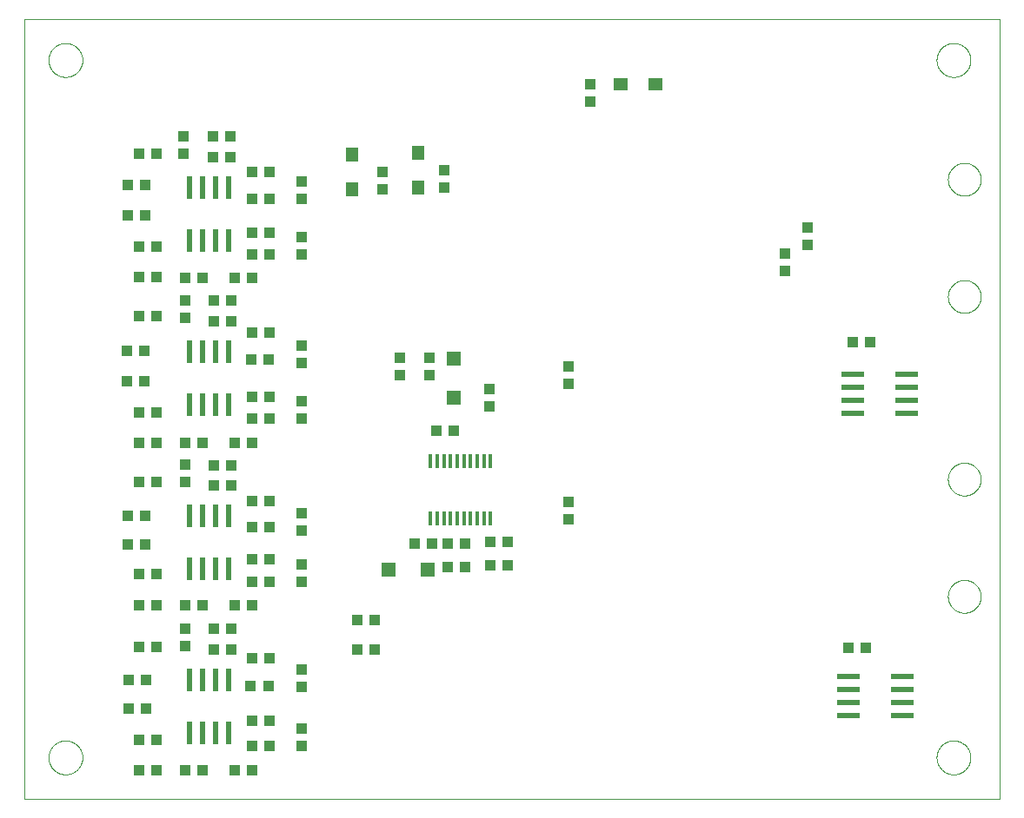
<source format=gtp>
G75*
%MOIN*%
%OFA0B0*%
%FSLAX25Y25*%
%IPPOS*%
%LPD*%
%AMOC8*
5,1,8,0,0,1.08239X$1,22.5*
%
%ADD10C,0.00000*%
%ADD11R,0.04331X0.03937*%
%ADD12R,0.05315X0.04724*%
%ADD13R,0.04724X0.05315*%
%ADD14R,0.01400X0.05800*%
%ADD15R,0.08700X0.02400*%
%ADD16R,0.02362X0.08661*%
%ADD17R,0.03937X0.04331*%
%ADD18R,0.05512X0.05512*%
D10*
X0001800Y0015403D02*
X0375816Y0015403D01*
X0375816Y0314615D01*
X0001800Y0314615D01*
X0001800Y0015403D01*
X0011048Y0031151D02*
X0011050Y0031312D01*
X0011056Y0031472D01*
X0011066Y0031633D01*
X0011080Y0031793D01*
X0011098Y0031953D01*
X0011119Y0032112D01*
X0011145Y0032271D01*
X0011175Y0032429D01*
X0011208Y0032586D01*
X0011246Y0032743D01*
X0011287Y0032898D01*
X0011332Y0033052D01*
X0011381Y0033205D01*
X0011434Y0033357D01*
X0011490Y0033508D01*
X0011551Y0033657D01*
X0011614Y0033805D01*
X0011682Y0033951D01*
X0011753Y0034095D01*
X0011827Y0034237D01*
X0011905Y0034378D01*
X0011987Y0034516D01*
X0012072Y0034653D01*
X0012160Y0034787D01*
X0012252Y0034919D01*
X0012347Y0035049D01*
X0012445Y0035177D01*
X0012546Y0035302D01*
X0012650Y0035424D01*
X0012757Y0035544D01*
X0012867Y0035661D01*
X0012980Y0035776D01*
X0013096Y0035887D01*
X0013215Y0035996D01*
X0013336Y0036101D01*
X0013460Y0036204D01*
X0013586Y0036304D01*
X0013714Y0036400D01*
X0013845Y0036493D01*
X0013979Y0036583D01*
X0014114Y0036670D01*
X0014252Y0036753D01*
X0014391Y0036833D01*
X0014533Y0036909D01*
X0014676Y0036982D01*
X0014821Y0037051D01*
X0014968Y0037117D01*
X0015116Y0037179D01*
X0015266Y0037237D01*
X0015417Y0037292D01*
X0015570Y0037343D01*
X0015724Y0037390D01*
X0015879Y0037433D01*
X0016035Y0037472D01*
X0016191Y0037508D01*
X0016349Y0037539D01*
X0016507Y0037567D01*
X0016666Y0037591D01*
X0016826Y0037611D01*
X0016986Y0037627D01*
X0017146Y0037639D01*
X0017307Y0037647D01*
X0017468Y0037651D01*
X0017628Y0037651D01*
X0017789Y0037647D01*
X0017950Y0037639D01*
X0018110Y0037627D01*
X0018270Y0037611D01*
X0018430Y0037591D01*
X0018589Y0037567D01*
X0018747Y0037539D01*
X0018905Y0037508D01*
X0019061Y0037472D01*
X0019217Y0037433D01*
X0019372Y0037390D01*
X0019526Y0037343D01*
X0019679Y0037292D01*
X0019830Y0037237D01*
X0019980Y0037179D01*
X0020128Y0037117D01*
X0020275Y0037051D01*
X0020420Y0036982D01*
X0020563Y0036909D01*
X0020705Y0036833D01*
X0020844Y0036753D01*
X0020982Y0036670D01*
X0021117Y0036583D01*
X0021251Y0036493D01*
X0021382Y0036400D01*
X0021510Y0036304D01*
X0021636Y0036204D01*
X0021760Y0036101D01*
X0021881Y0035996D01*
X0022000Y0035887D01*
X0022116Y0035776D01*
X0022229Y0035661D01*
X0022339Y0035544D01*
X0022446Y0035424D01*
X0022550Y0035302D01*
X0022651Y0035177D01*
X0022749Y0035049D01*
X0022844Y0034919D01*
X0022936Y0034787D01*
X0023024Y0034653D01*
X0023109Y0034516D01*
X0023191Y0034378D01*
X0023269Y0034237D01*
X0023343Y0034095D01*
X0023414Y0033951D01*
X0023482Y0033805D01*
X0023545Y0033657D01*
X0023606Y0033508D01*
X0023662Y0033357D01*
X0023715Y0033205D01*
X0023764Y0033052D01*
X0023809Y0032898D01*
X0023850Y0032743D01*
X0023888Y0032586D01*
X0023921Y0032429D01*
X0023951Y0032271D01*
X0023977Y0032112D01*
X0023998Y0031953D01*
X0024016Y0031793D01*
X0024030Y0031633D01*
X0024040Y0031472D01*
X0024046Y0031312D01*
X0024048Y0031151D01*
X0024046Y0030990D01*
X0024040Y0030830D01*
X0024030Y0030669D01*
X0024016Y0030509D01*
X0023998Y0030349D01*
X0023977Y0030190D01*
X0023951Y0030031D01*
X0023921Y0029873D01*
X0023888Y0029716D01*
X0023850Y0029559D01*
X0023809Y0029404D01*
X0023764Y0029250D01*
X0023715Y0029097D01*
X0023662Y0028945D01*
X0023606Y0028794D01*
X0023545Y0028645D01*
X0023482Y0028497D01*
X0023414Y0028351D01*
X0023343Y0028207D01*
X0023269Y0028065D01*
X0023191Y0027924D01*
X0023109Y0027786D01*
X0023024Y0027649D01*
X0022936Y0027515D01*
X0022844Y0027383D01*
X0022749Y0027253D01*
X0022651Y0027125D01*
X0022550Y0027000D01*
X0022446Y0026878D01*
X0022339Y0026758D01*
X0022229Y0026641D01*
X0022116Y0026526D01*
X0022000Y0026415D01*
X0021881Y0026306D01*
X0021760Y0026201D01*
X0021636Y0026098D01*
X0021510Y0025998D01*
X0021382Y0025902D01*
X0021251Y0025809D01*
X0021117Y0025719D01*
X0020982Y0025632D01*
X0020844Y0025549D01*
X0020705Y0025469D01*
X0020563Y0025393D01*
X0020420Y0025320D01*
X0020275Y0025251D01*
X0020128Y0025185D01*
X0019980Y0025123D01*
X0019830Y0025065D01*
X0019679Y0025010D01*
X0019526Y0024959D01*
X0019372Y0024912D01*
X0019217Y0024869D01*
X0019061Y0024830D01*
X0018905Y0024794D01*
X0018747Y0024763D01*
X0018589Y0024735D01*
X0018430Y0024711D01*
X0018270Y0024691D01*
X0018110Y0024675D01*
X0017950Y0024663D01*
X0017789Y0024655D01*
X0017628Y0024651D01*
X0017468Y0024651D01*
X0017307Y0024655D01*
X0017146Y0024663D01*
X0016986Y0024675D01*
X0016826Y0024691D01*
X0016666Y0024711D01*
X0016507Y0024735D01*
X0016349Y0024763D01*
X0016191Y0024794D01*
X0016035Y0024830D01*
X0015879Y0024869D01*
X0015724Y0024912D01*
X0015570Y0024959D01*
X0015417Y0025010D01*
X0015266Y0025065D01*
X0015116Y0025123D01*
X0014968Y0025185D01*
X0014821Y0025251D01*
X0014676Y0025320D01*
X0014533Y0025393D01*
X0014391Y0025469D01*
X0014252Y0025549D01*
X0014114Y0025632D01*
X0013979Y0025719D01*
X0013845Y0025809D01*
X0013714Y0025902D01*
X0013586Y0025998D01*
X0013460Y0026098D01*
X0013336Y0026201D01*
X0013215Y0026306D01*
X0013096Y0026415D01*
X0012980Y0026526D01*
X0012867Y0026641D01*
X0012757Y0026758D01*
X0012650Y0026878D01*
X0012546Y0027000D01*
X0012445Y0027125D01*
X0012347Y0027253D01*
X0012252Y0027383D01*
X0012160Y0027515D01*
X0012072Y0027649D01*
X0011987Y0027786D01*
X0011905Y0027924D01*
X0011827Y0028065D01*
X0011753Y0028207D01*
X0011682Y0028351D01*
X0011614Y0028497D01*
X0011551Y0028645D01*
X0011490Y0028794D01*
X0011434Y0028945D01*
X0011381Y0029097D01*
X0011332Y0029250D01*
X0011287Y0029404D01*
X0011246Y0029559D01*
X0011208Y0029716D01*
X0011175Y0029873D01*
X0011145Y0030031D01*
X0011119Y0030190D01*
X0011098Y0030349D01*
X0011080Y0030509D01*
X0011066Y0030669D01*
X0011056Y0030830D01*
X0011050Y0030990D01*
X0011048Y0031151D01*
X0011048Y0298867D02*
X0011050Y0299028D01*
X0011056Y0299188D01*
X0011066Y0299349D01*
X0011080Y0299509D01*
X0011098Y0299669D01*
X0011119Y0299828D01*
X0011145Y0299987D01*
X0011175Y0300145D01*
X0011208Y0300302D01*
X0011246Y0300459D01*
X0011287Y0300614D01*
X0011332Y0300768D01*
X0011381Y0300921D01*
X0011434Y0301073D01*
X0011490Y0301224D01*
X0011551Y0301373D01*
X0011614Y0301521D01*
X0011682Y0301667D01*
X0011753Y0301811D01*
X0011827Y0301953D01*
X0011905Y0302094D01*
X0011987Y0302232D01*
X0012072Y0302369D01*
X0012160Y0302503D01*
X0012252Y0302635D01*
X0012347Y0302765D01*
X0012445Y0302893D01*
X0012546Y0303018D01*
X0012650Y0303140D01*
X0012757Y0303260D01*
X0012867Y0303377D01*
X0012980Y0303492D01*
X0013096Y0303603D01*
X0013215Y0303712D01*
X0013336Y0303817D01*
X0013460Y0303920D01*
X0013586Y0304020D01*
X0013714Y0304116D01*
X0013845Y0304209D01*
X0013979Y0304299D01*
X0014114Y0304386D01*
X0014252Y0304469D01*
X0014391Y0304549D01*
X0014533Y0304625D01*
X0014676Y0304698D01*
X0014821Y0304767D01*
X0014968Y0304833D01*
X0015116Y0304895D01*
X0015266Y0304953D01*
X0015417Y0305008D01*
X0015570Y0305059D01*
X0015724Y0305106D01*
X0015879Y0305149D01*
X0016035Y0305188D01*
X0016191Y0305224D01*
X0016349Y0305255D01*
X0016507Y0305283D01*
X0016666Y0305307D01*
X0016826Y0305327D01*
X0016986Y0305343D01*
X0017146Y0305355D01*
X0017307Y0305363D01*
X0017468Y0305367D01*
X0017628Y0305367D01*
X0017789Y0305363D01*
X0017950Y0305355D01*
X0018110Y0305343D01*
X0018270Y0305327D01*
X0018430Y0305307D01*
X0018589Y0305283D01*
X0018747Y0305255D01*
X0018905Y0305224D01*
X0019061Y0305188D01*
X0019217Y0305149D01*
X0019372Y0305106D01*
X0019526Y0305059D01*
X0019679Y0305008D01*
X0019830Y0304953D01*
X0019980Y0304895D01*
X0020128Y0304833D01*
X0020275Y0304767D01*
X0020420Y0304698D01*
X0020563Y0304625D01*
X0020705Y0304549D01*
X0020844Y0304469D01*
X0020982Y0304386D01*
X0021117Y0304299D01*
X0021251Y0304209D01*
X0021382Y0304116D01*
X0021510Y0304020D01*
X0021636Y0303920D01*
X0021760Y0303817D01*
X0021881Y0303712D01*
X0022000Y0303603D01*
X0022116Y0303492D01*
X0022229Y0303377D01*
X0022339Y0303260D01*
X0022446Y0303140D01*
X0022550Y0303018D01*
X0022651Y0302893D01*
X0022749Y0302765D01*
X0022844Y0302635D01*
X0022936Y0302503D01*
X0023024Y0302369D01*
X0023109Y0302232D01*
X0023191Y0302094D01*
X0023269Y0301953D01*
X0023343Y0301811D01*
X0023414Y0301667D01*
X0023482Y0301521D01*
X0023545Y0301373D01*
X0023606Y0301224D01*
X0023662Y0301073D01*
X0023715Y0300921D01*
X0023764Y0300768D01*
X0023809Y0300614D01*
X0023850Y0300459D01*
X0023888Y0300302D01*
X0023921Y0300145D01*
X0023951Y0299987D01*
X0023977Y0299828D01*
X0023998Y0299669D01*
X0024016Y0299509D01*
X0024030Y0299349D01*
X0024040Y0299188D01*
X0024046Y0299028D01*
X0024048Y0298867D01*
X0024046Y0298706D01*
X0024040Y0298546D01*
X0024030Y0298385D01*
X0024016Y0298225D01*
X0023998Y0298065D01*
X0023977Y0297906D01*
X0023951Y0297747D01*
X0023921Y0297589D01*
X0023888Y0297432D01*
X0023850Y0297275D01*
X0023809Y0297120D01*
X0023764Y0296966D01*
X0023715Y0296813D01*
X0023662Y0296661D01*
X0023606Y0296510D01*
X0023545Y0296361D01*
X0023482Y0296213D01*
X0023414Y0296067D01*
X0023343Y0295923D01*
X0023269Y0295781D01*
X0023191Y0295640D01*
X0023109Y0295502D01*
X0023024Y0295365D01*
X0022936Y0295231D01*
X0022844Y0295099D01*
X0022749Y0294969D01*
X0022651Y0294841D01*
X0022550Y0294716D01*
X0022446Y0294594D01*
X0022339Y0294474D01*
X0022229Y0294357D01*
X0022116Y0294242D01*
X0022000Y0294131D01*
X0021881Y0294022D01*
X0021760Y0293917D01*
X0021636Y0293814D01*
X0021510Y0293714D01*
X0021382Y0293618D01*
X0021251Y0293525D01*
X0021117Y0293435D01*
X0020982Y0293348D01*
X0020844Y0293265D01*
X0020705Y0293185D01*
X0020563Y0293109D01*
X0020420Y0293036D01*
X0020275Y0292967D01*
X0020128Y0292901D01*
X0019980Y0292839D01*
X0019830Y0292781D01*
X0019679Y0292726D01*
X0019526Y0292675D01*
X0019372Y0292628D01*
X0019217Y0292585D01*
X0019061Y0292546D01*
X0018905Y0292510D01*
X0018747Y0292479D01*
X0018589Y0292451D01*
X0018430Y0292427D01*
X0018270Y0292407D01*
X0018110Y0292391D01*
X0017950Y0292379D01*
X0017789Y0292371D01*
X0017628Y0292367D01*
X0017468Y0292367D01*
X0017307Y0292371D01*
X0017146Y0292379D01*
X0016986Y0292391D01*
X0016826Y0292407D01*
X0016666Y0292427D01*
X0016507Y0292451D01*
X0016349Y0292479D01*
X0016191Y0292510D01*
X0016035Y0292546D01*
X0015879Y0292585D01*
X0015724Y0292628D01*
X0015570Y0292675D01*
X0015417Y0292726D01*
X0015266Y0292781D01*
X0015116Y0292839D01*
X0014968Y0292901D01*
X0014821Y0292967D01*
X0014676Y0293036D01*
X0014533Y0293109D01*
X0014391Y0293185D01*
X0014252Y0293265D01*
X0014114Y0293348D01*
X0013979Y0293435D01*
X0013845Y0293525D01*
X0013714Y0293618D01*
X0013586Y0293714D01*
X0013460Y0293814D01*
X0013336Y0293917D01*
X0013215Y0294022D01*
X0013096Y0294131D01*
X0012980Y0294242D01*
X0012867Y0294357D01*
X0012757Y0294474D01*
X0012650Y0294594D01*
X0012546Y0294716D01*
X0012445Y0294841D01*
X0012347Y0294969D01*
X0012252Y0295099D01*
X0012160Y0295231D01*
X0012072Y0295365D01*
X0011987Y0295502D01*
X0011905Y0295640D01*
X0011827Y0295781D01*
X0011753Y0295923D01*
X0011682Y0296067D01*
X0011614Y0296213D01*
X0011551Y0296361D01*
X0011490Y0296510D01*
X0011434Y0296661D01*
X0011381Y0296813D01*
X0011332Y0296966D01*
X0011287Y0297120D01*
X0011246Y0297275D01*
X0011208Y0297432D01*
X0011175Y0297589D01*
X0011145Y0297747D01*
X0011119Y0297906D01*
X0011098Y0298065D01*
X0011080Y0298225D01*
X0011066Y0298385D01*
X0011056Y0298546D01*
X0011050Y0298706D01*
X0011048Y0298867D01*
X0351599Y0298867D02*
X0351601Y0299028D01*
X0351607Y0299188D01*
X0351617Y0299349D01*
X0351631Y0299509D01*
X0351649Y0299669D01*
X0351670Y0299828D01*
X0351696Y0299987D01*
X0351726Y0300145D01*
X0351759Y0300302D01*
X0351797Y0300459D01*
X0351838Y0300614D01*
X0351883Y0300768D01*
X0351932Y0300921D01*
X0351985Y0301073D01*
X0352041Y0301224D01*
X0352102Y0301373D01*
X0352165Y0301521D01*
X0352233Y0301667D01*
X0352304Y0301811D01*
X0352378Y0301953D01*
X0352456Y0302094D01*
X0352538Y0302232D01*
X0352623Y0302369D01*
X0352711Y0302503D01*
X0352803Y0302635D01*
X0352898Y0302765D01*
X0352996Y0302893D01*
X0353097Y0303018D01*
X0353201Y0303140D01*
X0353308Y0303260D01*
X0353418Y0303377D01*
X0353531Y0303492D01*
X0353647Y0303603D01*
X0353766Y0303712D01*
X0353887Y0303817D01*
X0354011Y0303920D01*
X0354137Y0304020D01*
X0354265Y0304116D01*
X0354396Y0304209D01*
X0354530Y0304299D01*
X0354665Y0304386D01*
X0354803Y0304469D01*
X0354942Y0304549D01*
X0355084Y0304625D01*
X0355227Y0304698D01*
X0355372Y0304767D01*
X0355519Y0304833D01*
X0355667Y0304895D01*
X0355817Y0304953D01*
X0355968Y0305008D01*
X0356121Y0305059D01*
X0356275Y0305106D01*
X0356430Y0305149D01*
X0356586Y0305188D01*
X0356742Y0305224D01*
X0356900Y0305255D01*
X0357058Y0305283D01*
X0357217Y0305307D01*
X0357377Y0305327D01*
X0357537Y0305343D01*
X0357697Y0305355D01*
X0357858Y0305363D01*
X0358019Y0305367D01*
X0358179Y0305367D01*
X0358340Y0305363D01*
X0358501Y0305355D01*
X0358661Y0305343D01*
X0358821Y0305327D01*
X0358981Y0305307D01*
X0359140Y0305283D01*
X0359298Y0305255D01*
X0359456Y0305224D01*
X0359612Y0305188D01*
X0359768Y0305149D01*
X0359923Y0305106D01*
X0360077Y0305059D01*
X0360230Y0305008D01*
X0360381Y0304953D01*
X0360531Y0304895D01*
X0360679Y0304833D01*
X0360826Y0304767D01*
X0360971Y0304698D01*
X0361114Y0304625D01*
X0361256Y0304549D01*
X0361395Y0304469D01*
X0361533Y0304386D01*
X0361668Y0304299D01*
X0361802Y0304209D01*
X0361933Y0304116D01*
X0362061Y0304020D01*
X0362187Y0303920D01*
X0362311Y0303817D01*
X0362432Y0303712D01*
X0362551Y0303603D01*
X0362667Y0303492D01*
X0362780Y0303377D01*
X0362890Y0303260D01*
X0362997Y0303140D01*
X0363101Y0303018D01*
X0363202Y0302893D01*
X0363300Y0302765D01*
X0363395Y0302635D01*
X0363487Y0302503D01*
X0363575Y0302369D01*
X0363660Y0302232D01*
X0363742Y0302094D01*
X0363820Y0301953D01*
X0363894Y0301811D01*
X0363965Y0301667D01*
X0364033Y0301521D01*
X0364096Y0301373D01*
X0364157Y0301224D01*
X0364213Y0301073D01*
X0364266Y0300921D01*
X0364315Y0300768D01*
X0364360Y0300614D01*
X0364401Y0300459D01*
X0364439Y0300302D01*
X0364472Y0300145D01*
X0364502Y0299987D01*
X0364528Y0299828D01*
X0364549Y0299669D01*
X0364567Y0299509D01*
X0364581Y0299349D01*
X0364591Y0299188D01*
X0364597Y0299028D01*
X0364599Y0298867D01*
X0364597Y0298706D01*
X0364591Y0298546D01*
X0364581Y0298385D01*
X0364567Y0298225D01*
X0364549Y0298065D01*
X0364528Y0297906D01*
X0364502Y0297747D01*
X0364472Y0297589D01*
X0364439Y0297432D01*
X0364401Y0297275D01*
X0364360Y0297120D01*
X0364315Y0296966D01*
X0364266Y0296813D01*
X0364213Y0296661D01*
X0364157Y0296510D01*
X0364096Y0296361D01*
X0364033Y0296213D01*
X0363965Y0296067D01*
X0363894Y0295923D01*
X0363820Y0295781D01*
X0363742Y0295640D01*
X0363660Y0295502D01*
X0363575Y0295365D01*
X0363487Y0295231D01*
X0363395Y0295099D01*
X0363300Y0294969D01*
X0363202Y0294841D01*
X0363101Y0294716D01*
X0362997Y0294594D01*
X0362890Y0294474D01*
X0362780Y0294357D01*
X0362667Y0294242D01*
X0362551Y0294131D01*
X0362432Y0294022D01*
X0362311Y0293917D01*
X0362187Y0293814D01*
X0362061Y0293714D01*
X0361933Y0293618D01*
X0361802Y0293525D01*
X0361668Y0293435D01*
X0361533Y0293348D01*
X0361395Y0293265D01*
X0361256Y0293185D01*
X0361114Y0293109D01*
X0360971Y0293036D01*
X0360826Y0292967D01*
X0360679Y0292901D01*
X0360531Y0292839D01*
X0360381Y0292781D01*
X0360230Y0292726D01*
X0360077Y0292675D01*
X0359923Y0292628D01*
X0359768Y0292585D01*
X0359612Y0292546D01*
X0359456Y0292510D01*
X0359298Y0292479D01*
X0359140Y0292451D01*
X0358981Y0292427D01*
X0358821Y0292407D01*
X0358661Y0292391D01*
X0358501Y0292379D01*
X0358340Y0292371D01*
X0358179Y0292367D01*
X0358019Y0292367D01*
X0357858Y0292371D01*
X0357697Y0292379D01*
X0357537Y0292391D01*
X0357377Y0292407D01*
X0357217Y0292427D01*
X0357058Y0292451D01*
X0356900Y0292479D01*
X0356742Y0292510D01*
X0356586Y0292546D01*
X0356430Y0292585D01*
X0356275Y0292628D01*
X0356121Y0292675D01*
X0355968Y0292726D01*
X0355817Y0292781D01*
X0355667Y0292839D01*
X0355519Y0292901D01*
X0355372Y0292967D01*
X0355227Y0293036D01*
X0355084Y0293109D01*
X0354942Y0293185D01*
X0354803Y0293265D01*
X0354665Y0293348D01*
X0354530Y0293435D01*
X0354396Y0293525D01*
X0354265Y0293618D01*
X0354137Y0293714D01*
X0354011Y0293814D01*
X0353887Y0293917D01*
X0353766Y0294022D01*
X0353647Y0294131D01*
X0353531Y0294242D01*
X0353418Y0294357D01*
X0353308Y0294474D01*
X0353201Y0294594D01*
X0353097Y0294716D01*
X0352996Y0294841D01*
X0352898Y0294969D01*
X0352803Y0295099D01*
X0352711Y0295231D01*
X0352623Y0295365D01*
X0352538Y0295502D01*
X0352456Y0295640D01*
X0352378Y0295781D01*
X0352304Y0295923D01*
X0352233Y0296067D01*
X0352165Y0296213D01*
X0352102Y0296361D01*
X0352041Y0296510D01*
X0351985Y0296661D01*
X0351932Y0296813D01*
X0351883Y0296966D01*
X0351838Y0297120D01*
X0351797Y0297275D01*
X0351759Y0297432D01*
X0351726Y0297589D01*
X0351696Y0297747D01*
X0351670Y0297906D01*
X0351649Y0298065D01*
X0351631Y0298225D01*
X0351617Y0298385D01*
X0351607Y0298546D01*
X0351601Y0298706D01*
X0351599Y0298867D01*
X0355934Y0253100D02*
X0355936Y0253258D01*
X0355942Y0253416D01*
X0355952Y0253574D01*
X0355966Y0253732D01*
X0355984Y0253889D01*
X0356005Y0254046D01*
X0356031Y0254202D01*
X0356061Y0254358D01*
X0356094Y0254513D01*
X0356132Y0254666D01*
X0356173Y0254819D01*
X0356218Y0254971D01*
X0356267Y0255122D01*
X0356320Y0255271D01*
X0356376Y0255419D01*
X0356436Y0255565D01*
X0356500Y0255710D01*
X0356568Y0255853D01*
X0356639Y0255995D01*
X0356713Y0256135D01*
X0356791Y0256272D01*
X0356873Y0256408D01*
X0356957Y0256542D01*
X0357046Y0256673D01*
X0357137Y0256802D01*
X0357232Y0256929D01*
X0357329Y0257054D01*
X0357430Y0257176D01*
X0357534Y0257295D01*
X0357641Y0257412D01*
X0357751Y0257526D01*
X0357864Y0257637D01*
X0357979Y0257746D01*
X0358097Y0257851D01*
X0358218Y0257953D01*
X0358341Y0258053D01*
X0358467Y0258149D01*
X0358595Y0258242D01*
X0358725Y0258332D01*
X0358858Y0258418D01*
X0358993Y0258502D01*
X0359129Y0258581D01*
X0359268Y0258658D01*
X0359409Y0258730D01*
X0359551Y0258800D01*
X0359695Y0258865D01*
X0359841Y0258927D01*
X0359988Y0258985D01*
X0360137Y0259040D01*
X0360287Y0259091D01*
X0360438Y0259138D01*
X0360590Y0259181D01*
X0360743Y0259220D01*
X0360898Y0259256D01*
X0361053Y0259287D01*
X0361209Y0259315D01*
X0361365Y0259339D01*
X0361522Y0259359D01*
X0361680Y0259375D01*
X0361837Y0259387D01*
X0361996Y0259395D01*
X0362154Y0259399D01*
X0362312Y0259399D01*
X0362470Y0259395D01*
X0362629Y0259387D01*
X0362786Y0259375D01*
X0362944Y0259359D01*
X0363101Y0259339D01*
X0363257Y0259315D01*
X0363413Y0259287D01*
X0363568Y0259256D01*
X0363723Y0259220D01*
X0363876Y0259181D01*
X0364028Y0259138D01*
X0364179Y0259091D01*
X0364329Y0259040D01*
X0364478Y0258985D01*
X0364625Y0258927D01*
X0364771Y0258865D01*
X0364915Y0258800D01*
X0365057Y0258730D01*
X0365198Y0258658D01*
X0365337Y0258581D01*
X0365473Y0258502D01*
X0365608Y0258418D01*
X0365741Y0258332D01*
X0365871Y0258242D01*
X0365999Y0258149D01*
X0366125Y0258053D01*
X0366248Y0257953D01*
X0366369Y0257851D01*
X0366487Y0257746D01*
X0366602Y0257637D01*
X0366715Y0257526D01*
X0366825Y0257412D01*
X0366932Y0257295D01*
X0367036Y0257176D01*
X0367137Y0257054D01*
X0367234Y0256929D01*
X0367329Y0256802D01*
X0367420Y0256673D01*
X0367509Y0256542D01*
X0367593Y0256408D01*
X0367675Y0256272D01*
X0367753Y0256135D01*
X0367827Y0255995D01*
X0367898Y0255853D01*
X0367966Y0255710D01*
X0368030Y0255565D01*
X0368090Y0255419D01*
X0368146Y0255271D01*
X0368199Y0255122D01*
X0368248Y0254971D01*
X0368293Y0254819D01*
X0368334Y0254666D01*
X0368372Y0254513D01*
X0368405Y0254358D01*
X0368435Y0254202D01*
X0368461Y0254046D01*
X0368482Y0253889D01*
X0368500Y0253732D01*
X0368514Y0253574D01*
X0368524Y0253416D01*
X0368530Y0253258D01*
X0368532Y0253100D01*
X0368530Y0252942D01*
X0368524Y0252784D01*
X0368514Y0252626D01*
X0368500Y0252468D01*
X0368482Y0252311D01*
X0368461Y0252154D01*
X0368435Y0251998D01*
X0368405Y0251842D01*
X0368372Y0251687D01*
X0368334Y0251534D01*
X0368293Y0251381D01*
X0368248Y0251229D01*
X0368199Y0251078D01*
X0368146Y0250929D01*
X0368090Y0250781D01*
X0368030Y0250635D01*
X0367966Y0250490D01*
X0367898Y0250347D01*
X0367827Y0250205D01*
X0367753Y0250065D01*
X0367675Y0249928D01*
X0367593Y0249792D01*
X0367509Y0249658D01*
X0367420Y0249527D01*
X0367329Y0249398D01*
X0367234Y0249271D01*
X0367137Y0249146D01*
X0367036Y0249024D01*
X0366932Y0248905D01*
X0366825Y0248788D01*
X0366715Y0248674D01*
X0366602Y0248563D01*
X0366487Y0248454D01*
X0366369Y0248349D01*
X0366248Y0248247D01*
X0366125Y0248147D01*
X0365999Y0248051D01*
X0365871Y0247958D01*
X0365741Y0247868D01*
X0365608Y0247782D01*
X0365473Y0247698D01*
X0365337Y0247619D01*
X0365198Y0247542D01*
X0365057Y0247470D01*
X0364915Y0247400D01*
X0364771Y0247335D01*
X0364625Y0247273D01*
X0364478Y0247215D01*
X0364329Y0247160D01*
X0364179Y0247109D01*
X0364028Y0247062D01*
X0363876Y0247019D01*
X0363723Y0246980D01*
X0363568Y0246944D01*
X0363413Y0246913D01*
X0363257Y0246885D01*
X0363101Y0246861D01*
X0362944Y0246841D01*
X0362786Y0246825D01*
X0362629Y0246813D01*
X0362470Y0246805D01*
X0362312Y0246801D01*
X0362154Y0246801D01*
X0361996Y0246805D01*
X0361837Y0246813D01*
X0361680Y0246825D01*
X0361522Y0246841D01*
X0361365Y0246861D01*
X0361209Y0246885D01*
X0361053Y0246913D01*
X0360898Y0246944D01*
X0360743Y0246980D01*
X0360590Y0247019D01*
X0360438Y0247062D01*
X0360287Y0247109D01*
X0360137Y0247160D01*
X0359988Y0247215D01*
X0359841Y0247273D01*
X0359695Y0247335D01*
X0359551Y0247400D01*
X0359409Y0247470D01*
X0359268Y0247542D01*
X0359129Y0247619D01*
X0358993Y0247698D01*
X0358858Y0247782D01*
X0358725Y0247868D01*
X0358595Y0247958D01*
X0358467Y0248051D01*
X0358341Y0248147D01*
X0358218Y0248247D01*
X0358097Y0248349D01*
X0357979Y0248454D01*
X0357864Y0248563D01*
X0357751Y0248674D01*
X0357641Y0248788D01*
X0357534Y0248905D01*
X0357430Y0249024D01*
X0357329Y0249146D01*
X0357232Y0249271D01*
X0357137Y0249398D01*
X0357046Y0249527D01*
X0356957Y0249658D01*
X0356873Y0249792D01*
X0356791Y0249928D01*
X0356713Y0250065D01*
X0356639Y0250205D01*
X0356568Y0250347D01*
X0356500Y0250490D01*
X0356436Y0250635D01*
X0356376Y0250781D01*
X0356320Y0250929D01*
X0356267Y0251078D01*
X0356218Y0251229D01*
X0356173Y0251381D01*
X0356132Y0251534D01*
X0356094Y0251687D01*
X0356061Y0251842D01*
X0356031Y0251998D01*
X0356005Y0252154D01*
X0355984Y0252311D01*
X0355966Y0252468D01*
X0355952Y0252626D01*
X0355942Y0252784D01*
X0355936Y0252942D01*
X0355934Y0253100D01*
X0355934Y0208100D02*
X0355936Y0208258D01*
X0355942Y0208416D01*
X0355952Y0208574D01*
X0355966Y0208732D01*
X0355984Y0208889D01*
X0356005Y0209046D01*
X0356031Y0209202D01*
X0356061Y0209358D01*
X0356094Y0209513D01*
X0356132Y0209666D01*
X0356173Y0209819D01*
X0356218Y0209971D01*
X0356267Y0210122D01*
X0356320Y0210271D01*
X0356376Y0210419D01*
X0356436Y0210565D01*
X0356500Y0210710D01*
X0356568Y0210853D01*
X0356639Y0210995D01*
X0356713Y0211135D01*
X0356791Y0211272D01*
X0356873Y0211408D01*
X0356957Y0211542D01*
X0357046Y0211673D01*
X0357137Y0211802D01*
X0357232Y0211929D01*
X0357329Y0212054D01*
X0357430Y0212176D01*
X0357534Y0212295D01*
X0357641Y0212412D01*
X0357751Y0212526D01*
X0357864Y0212637D01*
X0357979Y0212746D01*
X0358097Y0212851D01*
X0358218Y0212953D01*
X0358341Y0213053D01*
X0358467Y0213149D01*
X0358595Y0213242D01*
X0358725Y0213332D01*
X0358858Y0213418D01*
X0358993Y0213502D01*
X0359129Y0213581D01*
X0359268Y0213658D01*
X0359409Y0213730D01*
X0359551Y0213800D01*
X0359695Y0213865D01*
X0359841Y0213927D01*
X0359988Y0213985D01*
X0360137Y0214040D01*
X0360287Y0214091D01*
X0360438Y0214138D01*
X0360590Y0214181D01*
X0360743Y0214220D01*
X0360898Y0214256D01*
X0361053Y0214287D01*
X0361209Y0214315D01*
X0361365Y0214339D01*
X0361522Y0214359D01*
X0361680Y0214375D01*
X0361837Y0214387D01*
X0361996Y0214395D01*
X0362154Y0214399D01*
X0362312Y0214399D01*
X0362470Y0214395D01*
X0362629Y0214387D01*
X0362786Y0214375D01*
X0362944Y0214359D01*
X0363101Y0214339D01*
X0363257Y0214315D01*
X0363413Y0214287D01*
X0363568Y0214256D01*
X0363723Y0214220D01*
X0363876Y0214181D01*
X0364028Y0214138D01*
X0364179Y0214091D01*
X0364329Y0214040D01*
X0364478Y0213985D01*
X0364625Y0213927D01*
X0364771Y0213865D01*
X0364915Y0213800D01*
X0365057Y0213730D01*
X0365198Y0213658D01*
X0365337Y0213581D01*
X0365473Y0213502D01*
X0365608Y0213418D01*
X0365741Y0213332D01*
X0365871Y0213242D01*
X0365999Y0213149D01*
X0366125Y0213053D01*
X0366248Y0212953D01*
X0366369Y0212851D01*
X0366487Y0212746D01*
X0366602Y0212637D01*
X0366715Y0212526D01*
X0366825Y0212412D01*
X0366932Y0212295D01*
X0367036Y0212176D01*
X0367137Y0212054D01*
X0367234Y0211929D01*
X0367329Y0211802D01*
X0367420Y0211673D01*
X0367509Y0211542D01*
X0367593Y0211408D01*
X0367675Y0211272D01*
X0367753Y0211135D01*
X0367827Y0210995D01*
X0367898Y0210853D01*
X0367966Y0210710D01*
X0368030Y0210565D01*
X0368090Y0210419D01*
X0368146Y0210271D01*
X0368199Y0210122D01*
X0368248Y0209971D01*
X0368293Y0209819D01*
X0368334Y0209666D01*
X0368372Y0209513D01*
X0368405Y0209358D01*
X0368435Y0209202D01*
X0368461Y0209046D01*
X0368482Y0208889D01*
X0368500Y0208732D01*
X0368514Y0208574D01*
X0368524Y0208416D01*
X0368530Y0208258D01*
X0368532Y0208100D01*
X0368530Y0207942D01*
X0368524Y0207784D01*
X0368514Y0207626D01*
X0368500Y0207468D01*
X0368482Y0207311D01*
X0368461Y0207154D01*
X0368435Y0206998D01*
X0368405Y0206842D01*
X0368372Y0206687D01*
X0368334Y0206534D01*
X0368293Y0206381D01*
X0368248Y0206229D01*
X0368199Y0206078D01*
X0368146Y0205929D01*
X0368090Y0205781D01*
X0368030Y0205635D01*
X0367966Y0205490D01*
X0367898Y0205347D01*
X0367827Y0205205D01*
X0367753Y0205065D01*
X0367675Y0204928D01*
X0367593Y0204792D01*
X0367509Y0204658D01*
X0367420Y0204527D01*
X0367329Y0204398D01*
X0367234Y0204271D01*
X0367137Y0204146D01*
X0367036Y0204024D01*
X0366932Y0203905D01*
X0366825Y0203788D01*
X0366715Y0203674D01*
X0366602Y0203563D01*
X0366487Y0203454D01*
X0366369Y0203349D01*
X0366248Y0203247D01*
X0366125Y0203147D01*
X0365999Y0203051D01*
X0365871Y0202958D01*
X0365741Y0202868D01*
X0365608Y0202782D01*
X0365473Y0202698D01*
X0365337Y0202619D01*
X0365198Y0202542D01*
X0365057Y0202470D01*
X0364915Y0202400D01*
X0364771Y0202335D01*
X0364625Y0202273D01*
X0364478Y0202215D01*
X0364329Y0202160D01*
X0364179Y0202109D01*
X0364028Y0202062D01*
X0363876Y0202019D01*
X0363723Y0201980D01*
X0363568Y0201944D01*
X0363413Y0201913D01*
X0363257Y0201885D01*
X0363101Y0201861D01*
X0362944Y0201841D01*
X0362786Y0201825D01*
X0362629Y0201813D01*
X0362470Y0201805D01*
X0362312Y0201801D01*
X0362154Y0201801D01*
X0361996Y0201805D01*
X0361837Y0201813D01*
X0361680Y0201825D01*
X0361522Y0201841D01*
X0361365Y0201861D01*
X0361209Y0201885D01*
X0361053Y0201913D01*
X0360898Y0201944D01*
X0360743Y0201980D01*
X0360590Y0202019D01*
X0360438Y0202062D01*
X0360287Y0202109D01*
X0360137Y0202160D01*
X0359988Y0202215D01*
X0359841Y0202273D01*
X0359695Y0202335D01*
X0359551Y0202400D01*
X0359409Y0202470D01*
X0359268Y0202542D01*
X0359129Y0202619D01*
X0358993Y0202698D01*
X0358858Y0202782D01*
X0358725Y0202868D01*
X0358595Y0202958D01*
X0358467Y0203051D01*
X0358341Y0203147D01*
X0358218Y0203247D01*
X0358097Y0203349D01*
X0357979Y0203454D01*
X0357864Y0203563D01*
X0357751Y0203674D01*
X0357641Y0203788D01*
X0357534Y0203905D01*
X0357430Y0204024D01*
X0357329Y0204146D01*
X0357232Y0204271D01*
X0357137Y0204398D01*
X0357046Y0204527D01*
X0356957Y0204658D01*
X0356873Y0204792D01*
X0356791Y0204928D01*
X0356713Y0205065D01*
X0356639Y0205205D01*
X0356568Y0205347D01*
X0356500Y0205490D01*
X0356436Y0205635D01*
X0356376Y0205781D01*
X0356320Y0205929D01*
X0356267Y0206078D01*
X0356218Y0206229D01*
X0356173Y0206381D01*
X0356132Y0206534D01*
X0356094Y0206687D01*
X0356061Y0206842D01*
X0356031Y0206998D01*
X0356005Y0207154D01*
X0355984Y0207311D01*
X0355966Y0207468D01*
X0355952Y0207626D01*
X0355942Y0207784D01*
X0355936Y0207942D01*
X0355934Y0208100D01*
X0355934Y0137982D02*
X0355936Y0138140D01*
X0355942Y0138298D01*
X0355952Y0138456D01*
X0355966Y0138614D01*
X0355984Y0138771D01*
X0356005Y0138928D01*
X0356031Y0139084D01*
X0356061Y0139240D01*
X0356094Y0139395D01*
X0356132Y0139548D01*
X0356173Y0139701D01*
X0356218Y0139853D01*
X0356267Y0140004D01*
X0356320Y0140153D01*
X0356376Y0140301D01*
X0356436Y0140447D01*
X0356500Y0140592D01*
X0356568Y0140735D01*
X0356639Y0140877D01*
X0356713Y0141017D01*
X0356791Y0141154D01*
X0356873Y0141290D01*
X0356957Y0141424D01*
X0357046Y0141555D01*
X0357137Y0141684D01*
X0357232Y0141811D01*
X0357329Y0141936D01*
X0357430Y0142058D01*
X0357534Y0142177D01*
X0357641Y0142294D01*
X0357751Y0142408D01*
X0357864Y0142519D01*
X0357979Y0142628D01*
X0358097Y0142733D01*
X0358218Y0142835D01*
X0358341Y0142935D01*
X0358467Y0143031D01*
X0358595Y0143124D01*
X0358725Y0143214D01*
X0358858Y0143300D01*
X0358993Y0143384D01*
X0359129Y0143463D01*
X0359268Y0143540D01*
X0359409Y0143612D01*
X0359551Y0143682D01*
X0359695Y0143747D01*
X0359841Y0143809D01*
X0359988Y0143867D01*
X0360137Y0143922D01*
X0360287Y0143973D01*
X0360438Y0144020D01*
X0360590Y0144063D01*
X0360743Y0144102D01*
X0360898Y0144138D01*
X0361053Y0144169D01*
X0361209Y0144197D01*
X0361365Y0144221D01*
X0361522Y0144241D01*
X0361680Y0144257D01*
X0361837Y0144269D01*
X0361996Y0144277D01*
X0362154Y0144281D01*
X0362312Y0144281D01*
X0362470Y0144277D01*
X0362629Y0144269D01*
X0362786Y0144257D01*
X0362944Y0144241D01*
X0363101Y0144221D01*
X0363257Y0144197D01*
X0363413Y0144169D01*
X0363568Y0144138D01*
X0363723Y0144102D01*
X0363876Y0144063D01*
X0364028Y0144020D01*
X0364179Y0143973D01*
X0364329Y0143922D01*
X0364478Y0143867D01*
X0364625Y0143809D01*
X0364771Y0143747D01*
X0364915Y0143682D01*
X0365057Y0143612D01*
X0365198Y0143540D01*
X0365337Y0143463D01*
X0365473Y0143384D01*
X0365608Y0143300D01*
X0365741Y0143214D01*
X0365871Y0143124D01*
X0365999Y0143031D01*
X0366125Y0142935D01*
X0366248Y0142835D01*
X0366369Y0142733D01*
X0366487Y0142628D01*
X0366602Y0142519D01*
X0366715Y0142408D01*
X0366825Y0142294D01*
X0366932Y0142177D01*
X0367036Y0142058D01*
X0367137Y0141936D01*
X0367234Y0141811D01*
X0367329Y0141684D01*
X0367420Y0141555D01*
X0367509Y0141424D01*
X0367593Y0141290D01*
X0367675Y0141154D01*
X0367753Y0141017D01*
X0367827Y0140877D01*
X0367898Y0140735D01*
X0367966Y0140592D01*
X0368030Y0140447D01*
X0368090Y0140301D01*
X0368146Y0140153D01*
X0368199Y0140004D01*
X0368248Y0139853D01*
X0368293Y0139701D01*
X0368334Y0139548D01*
X0368372Y0139395D01*
X0368405Y0139240D01*
X0368435Y0139084D01*
X0368461Y0138928D01*
X0368482Y0138771D01*
X0368500Y0138614D01*
X0368514Y0138456D01*
X0368524Y0138298D01*
X0368530Y0138140D01*
X0368532Y0137982D01*
X0368530Y0137824D01*
X0368524Y0137666D01*
X0368514Y0137508D01*
X0368500Y0137350D01*
X0368482Y0137193D01*
X0368461Y0137036D01*
X0368435Y0136880D01*
X0368405Y0136724D01*
X0368372Y0136569D01*
X0368334Y0136416D01*
X0368293Y0136263D01*
X0368248Y0136111D01*
X0368199Y0135960D01*
X0368146Y0135811D01*
X0368090Y0135663D01*
X0368030Y0135517D01*
X0367966Y0135372D01*
X0367898Y0135229D01*
X0367827Y0135087D01*
X0367753Y0134947D01*
X0367675Y0134810D01*
X0367593Y0134674D01*
X0367509Y0134540D01*
X0367420Y0134409D01*
X0367329Y0134280D01*
X0367234Y0134153D01*
X0367137Y0134028D01*
X0367036Y0133906D01*
X0366932Y0133787D01*
X0366825Y0133670D01*
X0366715Y0133556D01*
X0366602Y0133445D01*
X0366487Y0133336D01*
X0366369Y0133231D01*
X0366248Y0133129D01*
X0366125Y0133029D01*
X0365999Y0132933D01*
X0365871Y0132840D01*
X0365741Y0132750D01*
X0365608Y0132664D01*
X0365473Y0132580D01*
X0365337Y0132501D01*
X0365198Y0132424D01*
X0365057Y0132352D01*
X0364915Y0132282D01*
X0364771Y0132217D01*
X0364625Y0132155D01*
X0364478Y0132097D01*
X0364329Y0132042D01*
X0364179Y0131991D01*
X0364028Y0131944D01*
X0363876Y0131901D01*
X0363723Y0131862D01*
X0363568Y0131826D01*
X0363413Y0131795D01*
X0363257Y0131767D01*
X0363101Y0131743D01*
X0362944Y0131723D01*
X0362786Y0131707D01*
X0362629Y0131695D01*
X0362470Y0131687D01*
X0362312Y0131683D01*
X0362154Y0131683D01*
X0361996Y0131687D01*
X0361837Y0131695D01*
X0361680Y0131707D01*
X0361522Y0131723D01*
X0361365Y0131743D01*
X0361209Y0131767D01*
X0361053Y0131795D01*
X0360898Y0131826D01*
X0360743Y0131862D01*
X0360590Y0131901D01*
X0360438Y0131944D01*
X0360287Y0131991D01*
X0360137Y0132042D01*
X0359988Y0132097D01*
X0359841Y0132155D01*
X0359695Y0132217D01*
X0359551Y0132282D01*
X0359409Y0132352D01*
X0359268Y0132424D01*
X0359129Y0132501D01*
X0358993Y0132580D01*
X0358858Y0132664D01*
X0358725Y0132750D01*
X0358595Y0132840D01*
X0358467Y0132933D01*
X0358341Y0133029D01*
X0358218Y0133129D01*
X0358097Y0133231D01*
X0357979Y0133336D01*
X0357864Y0133445D01*
X0357751Y0133556D01*
X0357641Y0133670D01*
X0357534Y0133787D01*
X0357430Y0133906D01*
X0357329Y0134028D01*
X0357232Y0134153D01*
X0357137Y0134280D01*
X0357046Y0134409D01*
X0356957Y0134540D01*
X0356873Y0134674D01*
X0356791Y0134810D01*
X0356713Y0134947D01*
X0356639Y0135087D01*
X0356568Y0135229D01*
X0356500Y0135372D01*
X0356436Y0135517D01*
X0356376Y0135663D01*
X0356320Y0135811D01*
X0356267Y0135960D01*
X0356218Y0136111D01*
X0356173Y0136263D01*
X0356132Y0136416D01*
X0356094Y0136569D01*
X0356061Y0136724D01*
X0356031Y0136880D01*
X0356005Y0137036D01*
X0355984Y0137193D01*
X0355966Y0137350D01*
X0355952Y0137508D01*
X0355942Y0137666D01*
X0355936Y0137824D01*
X0355934Y0137982D01*
X0355934Y0092982D02*
X0355936Y0093140D01*
X0355942Y0093298D01*
X0355952Y0093456D01*
X0355966Y0093614D01*
X0355984Y0093771D01*
X0356005Y0093928D01*
X0356031Y0094084D01*
X0356061Y0094240D01*
X0356094Y0094395D01*
X0356132Y0094548D01*
X0356173Y0094701D01*
X0356218Y0094853D01*
X0356267Y0095004D01*
X0356320Y0095153D01*
X0356376Y0095301D01*
X0356436Y0095447D01*
X0356500Y0095592D01*
X0356568Y0095735D01*
X0356639Y0095877D01*
X0356713Y0096017D01*
X0356791Y0096154D01*
X0356873Y0096290D01*
X0356957Y0096424D01*
X0357046Y0096555D01*
X0357137Y0096684D01*
X0357232Y0096811D01*
X0357329Y0096936D01*
X0357430Y0097058D01*
X0357534Y0097177D01*
X0357641Y0097294D01*
X0357751Y0097408D01*
X0357864Y0097519D01*
X0357979Y0097628D01*
X0358097Y0097733D01*
X0358218Y0097835D01*
X0358341Y0097935D01*
X0358467Y0098031D01*
X0358595Y0098124D01*
X0358725Y0098214D01*
X0358858Y0098300D01*
X0358993Y0098384D01*
X0359129Y0098463D01*
X0359268Y0098540D01*
X0359409Y0098612D01*
X0359551Y0098682D01*
X0359695Y0098747D01*
X0359841Y0098809D01*
X0359988Y0098867D01*
X0360137Y0098922D01*
X0360287Y0098973D01*
X0360438Y0099020D01*
X0360590Y0099063D01*
X0360743Y0099102D01*
X0360898Y0099138D01*
X0361053Y0099169D01*
X0361209Y0099197D01*
X0361365Y0099221D01*
X0361522Y0099241D01*
X0361680Y0099257D01*
X0361837Y0099269D01*
X0361996Y0099277D01*
X0362154Y0099281D01*
X0362312Y0099281D01*
X0362470Y0099277D01*
X0362629Y0099269D01*
X0362786Y0099257D01*
X0362944Y0099241D01*
X0363101Y0099221D01*
X0363257Y0099197D01*
X0363413Y0099169D01*
X0363568Y0099138D01*
X0363723Y0099102D01*
X0363876Y0099063D01*
X0364028Y0099020D01*
X0364179Y0098973D01*
X0364329Y0098922D01*
X0364478Y0098867D01*
X0364625Y0098809D01*
X0364771Y0098747D01*
X0364915Y0098682D01*
X0365057Y0098612D01*
X0365198Y0098540D01*
X0365337Y0098463D01*
X0365473Y0098384D01*
X0365608Y0098300D01*
X0365741Y0098214D01*
X0365871Y0098124D01*
X0365999Y0098031D01*
X0366125Y0097935D01*
X0366248Y0097835D01*
X0366369Y0097733D01*
X0366487Y0097628D01*
X0366602Y0097519D01*
X0366715Y0097408D01*
X0366825Y0097294D01*
X0366932Y0097177D01*
X0367036Y0097058D01*
X0367137Y0096936D01*
X0367234Y0096811D01*
X0367329Y0096684D01*
X0367420Y0096555D01*
X0367509Y0096424D01*
X0367593Y0096290D01*
X0367675Y0096154D01*
X0367753Y0096017D01*
X0367827Y0095877D01*
X0367898Y0095735D01*
X0367966Y0095592D01*
X0368030Y0095447D01*
X0368090Y0095301D01*
X0368146Y0095153D01*
X0368199Y0095004D01*
X0368248Y0094853D01*
X0368293Y0094701D01*
X0368334Y0094548D01*
X0368372Y0094395D01*
X0368405Y0094240D01*
X0368435Y0094084D01*
X0368461Y0093928D01*
X0368482Y0093771D01*
X0368500Y0093614D01*
X0368514Y0093456D01*
X0368524Y0093298D01*
X0368530Y0093140D01*
X0368532Y0092982D01*
X0368530Y0092824D01*
X0368524Y0092666D01*
X0368514Y0092508D01*
X0368500Y0092350D01*
X0368482Y0092193D01*
X0368461Y0092036D01*
X0368435Y0091880D01*
X0368405Y0091724D01*
X0368372Y0091569D01*
X0368334Y0091416D01*
X0368293Y0091263D01*
X0368248Y0091111D01*
X0368199Y0090960D01*
X0368146Y0090811D01*
X0368090Y0090663D01*
X0368030Y0090517D01*
X0367966Y0090372D01*
X0367898Y0090229D01*
X0367827Y0090087D01*
X0367753Y0089947D01*
X0367675Y0089810D01*
X0367593Y0089674D01*
X0367509Y0089540D01*
X0367420Y0089409D01*
X0367329Y0089280D01*
X0367234Y0089153D01*
X0367137Y0089028D01*
X0367036Y0088906D01*
X0366932Y0088787D01*
X0366825Y0088670D01*
X0366715Y0088556D01*
X0366602Y0088445D01*
X0366487Y0088336D01*
X0366369Y0088231D01*
X0366248Y0088129D01*
X0366125Y0088029D01*
X0365999Y0087933D01*
X0365871Y0087840D01*
X0365741Y0087750D01*
X0365608Y0087664D01*
X0365473Y0087580D01*
X0365337Y0087501D01*
X0365198Y0087424D01*
X0365057Y0087352D01*
X0364915Y0087282D01*
X0364771Y0087217D01*
X0364625Y0087155D01*
X0364478Y0087097D01*
X0364329Y0087042D01*
X0364179Y0086991D01*
X0364028Y0086944D01*
X0363876Y0086901D01*
X0363723Y0086862D01*
X0363568Y0086826D01*
X0363413Y0086795D01*
X0363257Y0086767D01*
X0363101Y0086743D01*
X0362944Y0086723D01*
X0362786Y0086707D01*
X0362629Y0086695D01*
X0362470Y0086687D01*
X0362312Y0086683D01*
X0362154Y0086683D01*
X0361996Y0086687D01*
X0361837Y0086695D01*
X0361680Y0086707D01*
X0361522Y0086723D01*
X0361365Y0086743D01*
X0361209Y0086767D01*
X0361053Y0086795D01*
X0360898Y0086826D01*
X0360743Y0086862D01*
X0360590Y0086901D01*
X0360438Y0086944D01*
X0360287Y0086991D01*
X0360137Y0087042D01*
X0359988Y0087097D01*
X0359841Y0087155D01*
X0359695Y0087217D01*
X0359551Y0087282D01*
X0359409Y0087352D01*
X0359268Y0087424D01*
X0359129Y0087501D01*
X0358993Y0087580D01*
X0358858Y0087664D01*
X0358725Y0087750D01*
X0358595Y0087840D01*
X0358467Y0087933D01*
X0358341Y0088029D01*
X0358218Y0088129D01*
X0358097Y0088231D01*
X0357979Y0088336D01*
X0357864Y0088445D01*
X0357751Y0088556D01*
X0357641Y0088670D01*
X0357534Y0088787D01*
X0357430Y0088906D01*
X0357329Y0089028D01*
X0357232Y0089153D01*
X0357137Y0089280D01*
X0357046Y0089409D01*
X0356957Y0089540D01*
X0356873Y0089674D01*
X0356791Y0089810D01*
X0356713Y0089947D01*
X0356639Y0090087D01*
X0356568Y0090229D01*
X0356500Y0090372D01*
X0356436Y0090517D01*
X0356376Y0090663D01*
X0356320Y0090811D01*
X0356267Y0090960D01*
X0356218Y0091111D01*
X0356173Y0091263D01*
X0356132Y0091416D01*
X0356094Y0091569D01*
X0356061Y0091724D01*
X0356031Y0091880D01*
X0356005Y0092036D01*
X0355984Y0092193D01*
X0355966Y0092350D01*
X0355952Y0092508D01*
X0355942Y0092666D01*
X0355936Y0092824D01*
X0355934Y0092982D01*
X0351599Y0031151D02*
X0351601Y0031312D01*
X0351607Y0031472D01*
X0351617Y0031633D01*
X0351631Y0031793D01*
X0351649Y0031953D01*
X0351670Y0032112D01*
X0351696Y0032271D01*
X0351726Y0032429D01*
X0351759Y0032586D01*
X0351797Y0032743D01*
X0351838Y0032898D01*
X0351883Y0033052D01*
X0351932Y0033205D01*
X0351985Y0033357D01*
X0352041Y0033508D01*
X0352102Y0033657D01*
X0352165Y0033805D01*
X0352233Y0033951D01*
X0352304Y0034095D01*
X0352378Y0034237D01*
X0352456Y0034378D01*
X0352538Y0034516D01*
X0352623Y0034653D01*
X0352711Y0034787D01*
X0352803Y0034919D01*
X0352898Y0035049D01*
X0352996Y0035177D01*
X0353097Y0035302D01*
X0353201Y0035424D01*
X0353308Y0035544D01*
X0353418Y0035661D01*
X0353531Y0035776D01*
X0353647Y0035887D01*
X0353766Y0035996D01*
X0353887Y0036101D01*
X0354011Y0036204D01*
X0354137Y0036304D01*
X0354265Y0036400D01*
X0354396Y0036493D01*
X0354530Y0036583D01*
X0354665Y0036670D01*
X0354803Y0036753D01*
X0354942Y0036833D01*
X0355084Y0036909D01*
X0355227Y0036982D01*
X0355372Y0037051D01*
X0355519Y0037117D01*
X0355667Y0037179D01*
X0355817Y0037237D01*
X0355968Y0037292D01*
X0356121Y0037343D01*
X0356275Y0037390D01*
X0356430Y0037433D01*
X0356586Y0037472D01*
X0356742Y0037508D01*
X0356900Y0037539D01*
X0357058Y0037567D01*
X0357217Y0037591D01*
X0357377Y0037611D01*
X0357537Y0037627D01*
X0357697Y0037639D01*
X0357858Y0037647D01*
X0358019Y0037651D01*
X0358179Y0037651D01*
X0358340Y0037647D01*
X0358501Y0037639D01*
X0358661Y0037627D01*
X0358821Y0037611D01*
X0358981Y0037591D01*
X0359140Y0037567D01*
X0359298Y0037539D01*
X0359456Y0037508D01*
X0359612Y0037472D01*
X0359768Y0037433D01*
X0359923Y0037390D01*
X0360077Y0037343D01*
X0360230Y0037292D01*
X0360381Y0037237D01*
X0360531Y0037179D01*
X0360679Y0037117D01*
X0360826Y0037051D01*
X0360971Y0036982D01*
X0361114Y0036909D01*
X0361256Y0036833D01*
X0361395Y0036753D01*
X0361533Y0036670D01*
X0361668Y0036583D01*
X0361802Y0036493D01*
X0361933Y0036400D01*
X0362061Y0036304D01*
X0362187Y0036204D01*
X0362311Y0036101D01*
X0362432Y0035996D01*
X0362551Y0035887D01*
X0362667Y0035776D01*
X0362780Y0035661D01*
X0362890Y0035544D01*
X0362997Y0035424D01*
X0363101Y0035302D01*
X0363202Y0035177D01*
X0363300Y0035049D01*
X0363395Y0034919D01*
X0363487Y0034787D01*
X0363575Y0034653D01*
X0363660Y0034516D01*
X0363742Y0034378D01*
X0363820Y0034237D01*
X0363894Y0034095D01*
X0363965Y0033951D01*
X0364033Y0033805D01*
X0364096Y0033657D01*
X0364157Y0033508D01*
X0364213Y0033357D01*
X0364266Y0033205D01*
X0364315Y0033052D01*
X0364360Y0032898D01*
X0364401Y0032743D01*
X0364439Y0032586D01*
X0364472Y0032429D01*
X0364502Y0032271D01*
X0364528Y0032112D01*
X0364549Y0031953D01*
X0364567Y0031793D01*
X0364581Y0031633D01*
X0364591Y0031472D01*
X0364597Y0031312D01*
X0364599Y0031151D01*
X0364597Y0030990D01*
X0364591Y0030830D01*
X0364581Y0030669D01*
X0364567Y0030509D01*
X0364549Y0030349D01*
X0364528Y0030190D01*
X0364502Y0030031D01*
X0364472Y0029873D01*
X0364439Y0029716D01*
X0364401Y0029559D01*
X0364360Y0029404D01*
X0364315Y0029250D01*
X0364266Y0029097D01*
X0364213Y0028945D01*
X0364157Y0028794D01*
X0364096Y0028645D01*
X0364033Y0028497D01*
X0363965Y0028351D01*
X0363894Y0028207D01*
X0363820Y0028065D01*
X0363742Y0027924D01*
X0363660Y0027786D01*
X0363575Y0027649D01*
X0363487Y0027515D01*
X0363395Y0027383D01*
X0363300Y0027253D01*
X0363202Y0027125D01*
X0363101Y0027000D01*
X0362997Y0026878D01*
X0362890Y0026758D01*
X0362780Y0026641D01*
X0362667Y0026526D01*
X0362551Y0026415D01*
X0362432Y0026306D01*
X0362311Y0026201D01*
X0362187Y0026098D01*
X0362061Y0025998D01*
X0361933Y0025902D01*
X0361802Y0025809D01*
X0361668Y0025719D01*
X0361533Y0025632D01*
X0361395Y0025549D01*
X0361256Y0025469D01*
X0361114Y0025393D01*
X0360971Y0025320D01*
X0360826Y0025251D01*
X0360679Y0025185D01*
X0360531Y0025123D01*
X0360381Y0025065D01*
X0360230Y0025010D01*
X0360077Y0024959D01*
X0359923Y0024912D01*
X0359768Y0024869D01*
X0359612Y0024830D01*
X0359456Y0024794D01*
X0359298Y0024763D01*
X0359140Y0024735D01*
X0358981Y0024711D01*
X0358821Y0024691D01*
X0358661Y0024675D01*
X0358501Y0024663D01*
X0358340Y0024655D01*
X0358179Y0024651D01*
X0358019Y0024651D01*
X0357858Y0024655D01*
X0357697Y0024663D01*
X0357537Y0024675D01*
X0357377Y0024691D01*
X0357217Y0024711D01*
X0357058Y0024735D01*
X0356900Y0024763D01*
X0356742Y0024794D01*
X0356586Y0024830D01*
X0356430Y0024869D01*
X0356275Y0024912D01*
X0356121Y0024959D01*
X0355968Y0025010D01*
X0355817Y0025065D01*
X0355667Y0025123D01*
X0355519Y0025185D01*
X0355372Y0025251D01*
X0355227Y0025320D01*
X0355084Y0025393D01*
X0354942Y0025469D01*
X0354803Y0025549D01*
X0354665Y0025632D01*
X0354530Y0025719D01*
X0354396Y0025809D01*
X0354265Y0025902D01*
X0354137Y0025998D01*
X0354011Y0026098D01*
X0353887Y0026201D01*
X0353766Y0026306D01*
X0353647Y0026415D01*
X0353531Y0026526D01*
X0353418Y0026641D01*
X0353308Y0026758D01*
X0353201Y0026878D01*
X0353097Y0027000D01*
X0352996Y0027125D01*
X0352898Y0027253D01*
X0352803Y0027383D01*
X0352711Y0027515D01*
X0352623Y0027649D01*
X0352538Y0027786D01*
X0352456Y0027924D01*
X0352378Y0028065D01*
X0352304Y0028207D01*
X0352233Y0028351D01*
X0352165Y0028497D01*
X0352102Y0028645D01*
X0352041Y0028794D01*
X0351985Y0028945D01*
X0351932Y0029097D01*
X0351883Y0029250D01*
X0351838Y0029404D01*
X0351797Y0029559D01*
X0351759Y0029716D01*
X0351726Y0029873D01*
X0351696Y0030031D01*
X0351670Y0030190D01*
X0351649Y0030349D01*
X0351631Y0030509D01*
X0351617Y0030669D01*
X0351607Y0030830D01*
X0351601Y0030990D01*
X0351599Y0031151D01*
D11*
X0324359Y0073238D03*
X0317666Y0073238D03*
X0187076Y0105009D03*
X0180383Y0105009D03*
X0170894Y0104143D03*
X0164202Y0104143D03*
X0164162Y0113198D03*
X0158099Y0113238D03*
X0151406Y0113238D03*
X0170855Y0113198D03*
X0180343Y0114064D03*
X0187036Y0114064D03*
X0166564Y0156741D03*
X0159871Y0156741D03*
X0095698Y0161269D03*
X0089005Y0161269D03*
X0089005Y0169734D03*
X0095698Y0169734D03*
X0095501Y0183907D03*
X0088808Y0183907D03*
X0089005Y0194143D03*
X0095698Y0194143D03*
X0081131Y0198474D03*
X0074438Y0198474D03*
X0074438Y0206545D03*
X0081131Y0206545D03*
X0082312Y0215206D03*
X0089005Y0215206D03*
X0089005Y0224261D03*
X0095698Y0224261D03*
X0095698Y0232726D03*
X0089005Y0232726D03*
X0089005Y0245521D03*
X0095698Y0245521D03*
X0095698Y0255954D03*
X0089005Y0255954D03*
X0080934Y0261466D03*
X0074241Y0261466D03*
X0074241Y0269537D03*
X0080934Y0269537D03*
X0052391Y0262844D03*
X0045698Y0262844D03*
X0048060Y0251033D03*
X0041367Y0251033D03*
X0041367Y0239222D03*
X0048060Y0239222D03*
X0045698Y0227411D03*
X0052391Y0227411D03*
X0052391Y0215600D03*
X0045698Y0215600D03*
X0063414Y0215206D03*
X0070107Y0215206D03*
X0052391Y0200639D03*
X0045698Y0200639D03*
X0047863Y0187253D03*
X0041170Y0187253D03*
X0041170Y0175442D03*
X0047863Y0175442D03*
X0045698Y0163631D03*
X0052391Y0163631D03*
X0052391Y0151820D03*
X0045698Y0151820D03*
X0045698Y0136860D03*
X0052391Y0136860D03*
X0048060Y0124064D03*
X0041367Y0124064D03*
X0041367Y0112844D03*
X0048060Y0112844D03*
X0045698Y0101427D03*
X0052391Y0101427D03*
X0052391Y0089615D03*
X0045698Y0089615D03*
X0063414Y0089615D03*
X0070107Y0089615D03*
X0074438Y0080560D03*
X0081131Y0080560D03*
X0081131Y0072686D03*
X0074438Y0072686D03*
X0089005Y0069340D03*
X0095698Y0069340D03*
X0095304Y0058513D03*
X0088611Y0058513D03*
X0089005Y0045324D03*
X0095698Y0045324D03*
X0095698Y0035482D03*
X0089005Y0035482D03*
X0089005Y0026230D03*
X0082312Y0026230D03*
X0070107Y0026230D03*
X0063414Y0026230D03*
X0052391Y0026230D03*
X0045698Y0026230D03*
X0045698Y0038041D03*
X0052391Y0038041D03*
X0048454Y0050049D03*
X0041761Y0050049D03*
X0041761Y0061072D03*
X0048454Y0061072D03*
X0045894Y0073474D03*
X0052587Y0073474D03*
X0082312Y0089615D03*
X0089005Y0089615D03*
X0089005Y0098474D03*
X0095698Y0098474D03*
X0095698Y0107135D03*
X0089005Y0107135D03*
X0089202Y0119734D03*
X0095894Y0119734D03*
X0095894Y0129576D03*
X0089202Y0129576D03*
X0081131Y0135482D03*
X0074438Y0135482D03*
X0074438Y0143356D03*
X0081131Y0143356D03*
X0082312Y0151820D03*
X0089005Y0151820D03*
X0070107Y0151820D03*
X0063414Y0151820D03*
X0129556Y0083907D03*
X0136249Y0083907D03*
X0136249Y0072686D03*
X0129556Y0072686D03*
X0319477Y0190521D03*
X0326170Y0190521D03*
D12*
X0243670Y0289694D03*
X0230481Y0289694D03*
D13*
X0152706Y0263218D03*
X0152706Y0250029D03*
X0127509Y0249320D03*
X0127509Y0262509D03*
D14*
X0157544Y0145007D03*
X0160044Y0145007D03*
X0162644Y0145007D03*
X0165244Y0145007D03*
X0167744Y0145007D03*
X0170344Y0145007D03*
X0172844Y0145007D03*
X0175444Y0145007D03*
X0178044Y0145007D03*
X0180544Y0145007D03*
X0180544Y0122807D03*
X0178044Y0122807D03*
X0175444Y0122807D03*
X0172844Y0122807D03*
X0170344Y0122807D03*
X0167744Y0122807D03*
X0165244Y0122807D03*
X0162644Y0122807D03*
X0160044Y0122807D03*
X0157544Y0122807D03*
D15*
X0319492Y0163375D03*
X0319492Y0168375D03*
X0319492Y0173375D03*
X0319492Y0178375D03*
X0340092Y0178375D03*
X0340092Y0173375D03*
X0340092Y0168375D03*
X0340092Y0163375D03*
X0338320Y0062234D03*
X0338320Y0057234D03*
X0338320Y0052234D03*
X0338320Y0047234D03*
X0317720Y0047234D03*
X0317720Y0052234D03*
X0317720Y0057234D03*
X0317720Y0062234D03*
D16*
X0080166Y0061072D03*
X0075166Y0061072D03*
X0070166Y0061072D03*
X0065166Y0061072D03*
X0065166Y0040600D03*
X0070166Y0040600D03*
X0075166Y0040600D03*
X0080166Y0040600D03*
X0080166Y0103592D03*
X0075166Y0103592D03*
X0070166Y0103592D03*
X0065166Y0103592D03*
X0065166Y0124064D03*
X0070166Y0124064D03*
X0075166Y0124064D03*
X0080166Y0124064D03*
X0080166Y0166584D03*
X0075166Y0166584D03*
X0070166Y0166584D03*
X0065166Y0166584D03*
X0065166Y0187056D03*
X0070166Y0187056D03*
X0075166Y0187056D03*
X0080166Y0187056D03*
X0080166Y0229576D03*
X0075166Y0229576D03*
X0070166Y0229576D03*
X0065166Y0229576D03*
X0065166Y0250049D03*
X0070166Y0250049D03*
X0075166Y0250049D03*
X0080166Y0250049D03*
D17*
X0062824Y0262844D03*
X0062824Y0269537D03*
X0108099Y0252411D03*
X0108099Y0245718D03*
X0108099Y0230954D03*
X0108099Y0224261D03*
X0139202Y0249261D03*
X0139202Y0255954D03*
X0162627Y0256741D03*
X0162627Y0250049D03*
X0218926Y0282923D03*
X0218926Y0289615D03*
X0293532Y0224655D03*
X0302194Y0228001D03*
X0302194Y0234694D03*
X0293532Y0217962D03*
X0210461Y0181348D03*
X0210461Y0174655D03*
X0179950Y0172489D03*
X0179950Y0165797D03*
X0157115Y0178001D03*
X0157115Y0184694D03*
X0145894Y0184694D03*
X0145894Y0178001D03*
X0108099Y0182726D03*
X0108099Y0189419D03*
X0108099Y0167962D03*
X0108099Y0161269D03*
X0108099Y0124852D03*
X0108099Y0118159D03*
X0108099Y0105167D03*
X0108099Y0098474D03*
X0108099Y0065009D03*
X0108099Y0058316D03*
X0108099Y0042175D03*
X0108099Y0035482D03*
X0063414Y0073867D03*
X0063414Y0080560D03*
X0063414Y0136860D03*
X0063414Y0143552D03*
X0063414Y0199852D03*
X0063414Y0206545D03*
X0210461Y0129379D03*
X0210461Y0122686D03*
D18*
X0156328Y0103198D03*
X0141367Y0103198D03*
X0166564Y0169143D03*
X0166564Y0184104D03*
M02*

</source>
